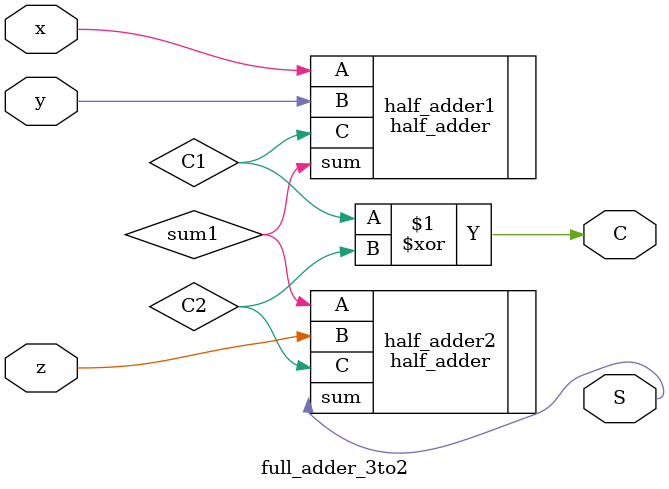
<source format=v>
module full_adder_3to2(
	input	x,
	input	y,
	input	z,
	output	C,
	output	S
    );
	
	wire 	C1;
	wire 	C2;
	
	wire	sum1;
	half_adder half_adder1(
			.A(x),
			.B(y),
			.C(C1),
			.sum(sum1)
		);
	half_adder half_adder2(
			.A(sum1),
			.B(z),
			.C(C2),
			.sum(S)
		);
	assign C=C1^C2;
endmodule

</source>
